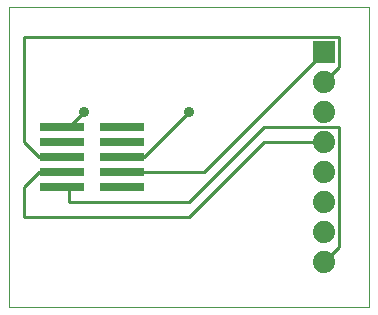
<source format=gtl>
G75*
G70*
%OFA0B0*%
%FSLAX24Y24*%
%IPPOS*%
%LPD*%
%AMOC8*
5,1,8,0,0,1.08239X$1,22.5*
%
%ADD10C,0.0000*%
%ADD11R,0.1500X0.0290*%
%ADD12R,0.0740X0.0740*%
%ADD13C,0.0740*%
%ADD14C,0.0100*%
%ADD15C,0.0360*%
D10*
X000100Y000100D02*
X000100Y010100D01*
X012100Y010100D01*
X012100Y000100D01*
X000100Y000100D01*
D11*
X001850Y004100D03*
X001850Y004600D03*
X001850Y005100D03*
X001850Y005600D03*
X001850Y006100D03*
X003850Y006100D03*
X003850Y005600D03*
X003850Y005100D03*
X003850Y004600D03*
X003850Y004100D03*
D12*
X010600Y008600D03*
D13*
X010600Y007600D03*
X010600Y006600D03*
X010600Y005600D03*
X010600Y004600D03*
X010600Y003600D03*
X010600Y002600D03*
X010600Y001600D03*
D14*
X011100Y002100D01*
X011100Y006100D01*
X008600Y006100D01*
X006100Y003600D01*
X002100Y003600D01*
X002100Y004100D01*
X001850Y004100D01*
X001850Y004600D02*
X001600Y004600D01*
X001100Y004600D01*
X000600Y004100D01*
X000600Y003100D01*
X006100Y003100D01*
X008600Y005600D01*
X010600Y005600D01*
X010600Y007600D02*
X011100Y008100D01*
X011100Y009100D01*
X000600Y009100D01*
X000600Y005600D01*
X001100Y005100D01*
X001600Y005100D01*
X001850Y005100D01*
X001850Y006100D02*
X002100Y006100D01*
X002600Y006600D01*
X003850Y005100D02*
X004100Y005100D01*
X004600Y005100D01*
X006100Y006600D01*
X006600Y004600D02*
X004100Y004600D01*
X003850Y004600D01*
X006600Y004600D02*
X010600Y008600D01*
D15*
X006100Y006600D03*
X002600Y006600D03*
M02*

</source>
